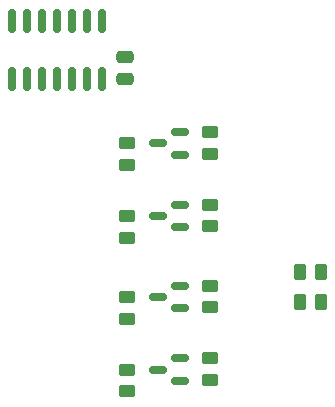
<source format=gtp>
%TF.GenerationSoftware,KiCad,Pcbnew,(6.0.2)*%
%TF.CreationDate,2022-03-15T19:15:36-04:00*%
%TF.ProjectId,Pi1541_Main_Board,50693135-3431-45f4-9d61-696e5f426f61,1.0*%
%TF.SameCoordinates,Original*%
%TF.FileFunction,Paste,Top*%
%TF.FilePolarity,Positive*%
%FSLAX46Y46*%
G04 Gerber Fmt 4.6, Leading zero omitted, Abs format (unit mm)*
G04 Created by KiCad (PCBNEW (6.0.2)) date 2022-03-15 19:15:36*
%MOMM*%
%LPD*%
G01*
G04 APERTURE LIST*
G04 Aperture macros list*
%AMRoundRect*
0 Rectangle with rounded corners*
0 $1 Rounding radius*
0 $2 $3 $4 $5 $6 $7 $8 $9 X,Y pos of 4 corners*
0 Add a 4 corners polygon primitive as box body*
4,1,4,$2,$3,$4,$5,$6,$7,$8,$9,$2,$3,0*
0 Add four circle primitives for the rounded corners*
1,1,$1+$1,$2,$3*
1,1,$1+$1,$4,$5*
1,1,$1+$1,$6,$7*
1,1,$1+$1,$8,$9*
0 Add four rect primitives between the rounded corners*
20,1,$1+$1,$2,$3,$4,$5,0*
20,1,$1+$1,$4,$5,$6,$7,0*
20,1,$1+$1,$6,$7,$8,$9,0*
20,1,$1+$1,$8,$9,$2,$3,0*%
G04 Aperture macros list end*
%ADD10RoundRect,0.250000X-0.262500X-0.450000X0.262500X-0.450000X0.262500X0.450000X-0.262500X0.450000X0*%
%ADD11RoundRect,0.250000X0.450000X-0.262500X0.450000X0.262500X-0.450000X0.262500X-0.450000X-0.262500X0*%
%ADD12RoundRect,0.150000X0.587500X0.150000X-0.587500X0.150000X-0.587500X-0.150000X0.587500X-0.150000X0*%
%ADD13RoundRect,0.250000X0.475000X-0.250000X0.475000X0.250000X-0.475000X0.250000X-0.475000X-0.250000X0*%
%ADD14RoundRect,0.150000X-0.150000X0.825000X-0.150000X-0.825000X0.150000X-0.825000X0.150000X0.825000X0*%
G04 APERTURE END LIST*
D10*
X152587500Y-85270000D03*
X154412500Y-85270000D03*
D11*
X145000000Y-81442724D03*
X145000000Y-79617724D03*
X145000000Y-94450000D03*
X145000000Y-92625000D03*
X138000000Y-95400000D03*
X138000000Y-93575000D03*
D10*
X152587500Y-87810000D03*
X154412500Y-87810000D03*
D12*
X142437500Y-81517724D03*
X142437500Y-79617724D03*
X140562500Y-80567724D03*
D11*
X138000000Y-82392724D03*
X138000000Y-80567724D03*
X138000000Y-89257267D03*
X138000000Y-87432267D03*
D13*
X137800000Y-68972500D03*
X137800000Y-67072500D03*
D12*
X142437500Y-94525000D03*
X142437500Y-92625000D03*
X140562500Y-93575000D03*
X142437500Y-75375000D03*
X142437500Y-73475000D03*
X140562500Y-74425000D03*
D11*
X145000000Y-75300000D03*
X145000000Y-73475000D03*
X145000000Y-88307267D03*
X145000000Y-86482267D03*
D14*
X135810000Y-64022500D03*
X134540000Y-64022500D03*
X133270000Y-64022500D03*
X132000000Y-64022500D03*
X130730000Y-64022500D03*
X129460000Y-64022500D03*
X128190000Y-64022500D03*
X128190000Y-68972500D03*
X129460000Y-68972500D03*
X130730000Y-68972500D03*
X132000000Y-68972500D03*
X133270000Y-68972500D03*
X134540000Y-68972500D03*
X135810000Y-68972500D03*
D11*
X138000000Y-76250000D03*
X138000000Y-74425000D03*
D12*
X142437500Y-88382267D03*
X142437500Y-86482267D03*
X140562500Y-87432267D03*
M02*

</source>
